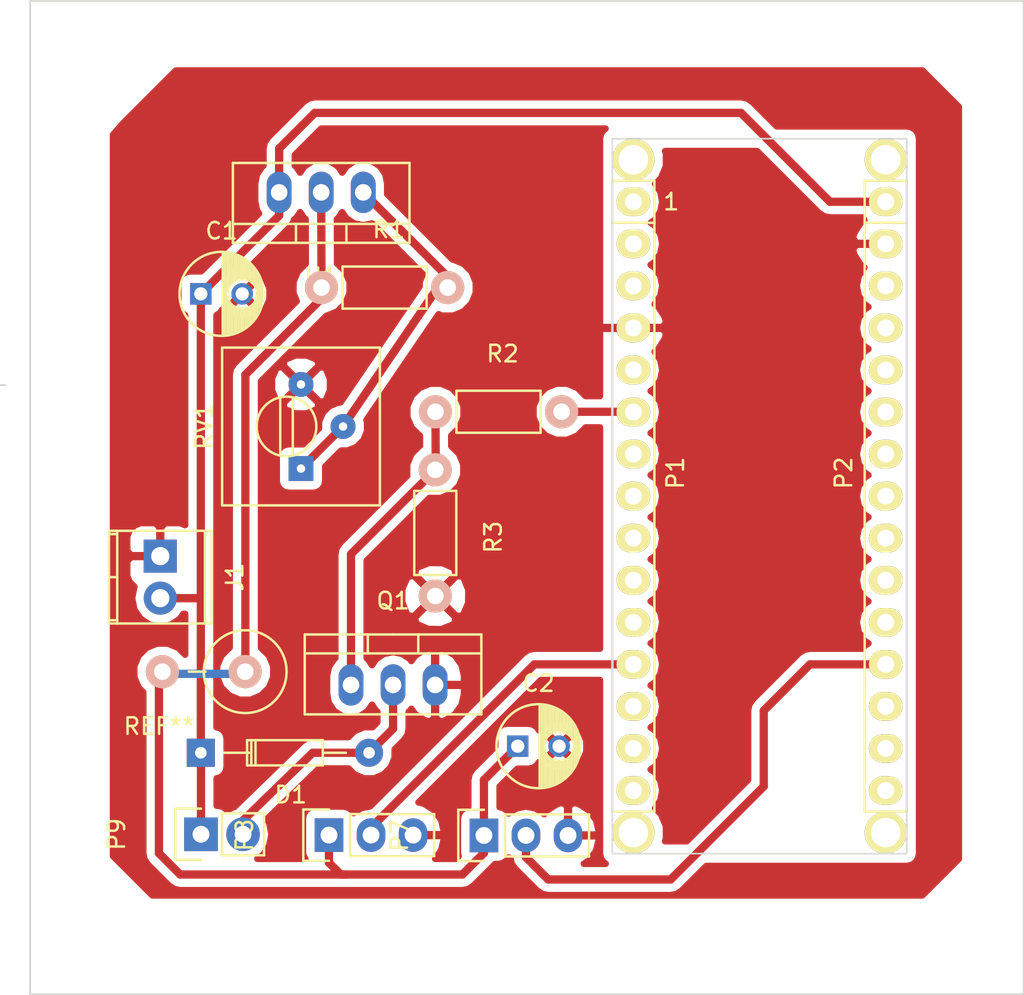
<source format=kicad_pcb>
(kicad_pcb (version 4) (host pcbnew 4.0.5+dfsg1-4)

  (general
    (links 29)
    (no_connects 3)
    (area 98.179999 39.949999 160.050001 100.050001)
    (thickness 1.6)
    (drawings 25)
    (tracks 75)
    (zones 0)
    (modules 20)
    (nets 37)
  )

  (page A4)
  (title_block
    (date "jeu. 02 avril 2015")
  )

  (layers
    (0 F.Cu signal)
    (31 B.Cu signal)
    (32 B.Adhes user)
    (33 F.Adhes user)
    (34 B.Paste user)
    (35 F.Paste user)
    (36 B.SilkS user)
    (37 F.SilkS user)
    (38 B.Mask user)
    (39 F.Mask user)
    (40 Dwgs.User user)
    (41 Cmts.User user)
    (42 Eco1.User user)
    (43 Eco2.User user)
    (44 Edge.Cuts user)
    (45 Margin user)
    (46 B.CrtYd user)
    (47 F.CrtYd user)
    (48 B.Fab user)
    (49 F.Fab user)
  )

  (setup
    (last_trace_width 0.5)
    (trace_clearance 0.2)
    (zone_clearance 0.5)
    (zone_45_only yes)
    (trace_min 0.2)
    (segment_width 0.15)
    (edge_width 0.1)
    (via_size 0.6)
    (via_drill 0.4)
    (via_min_size 0.4)
    (via_min_drill 0.3)
    (uvia_size 0.3)
    (uvia_drill 0.1)
    (uvias_allowed no)
    (uvia_min_size 0.2)
    (uvia_min_drill 0.1)
    (pcb_text_width 0.3)
    (pcb_text_size 1.5 1.5)
    (mod_edge_width 0.15)
    (mod_text_size 1 1)
    (mod_text_width 0.15)
    (pad_size 1.5 1.5)
    (pad_drill 0.6)
    (pad_to_mask_clearance 0)
    (aux_axis_origin 138.176 110.617)
    (visible_elements FFFFFF7F)
    (pcbplotparams
      (layerselection 0x00030_80000001)
      (usegerberextensions false)
      (excludeedgelayer true)
      (linewidth 0.100000)
      (plotframeref false)
      (viasonmask false)
      (mode 1)
      (useauxorigin false)
      (hpglpennumber 1)
      (hpglpenspeed 20)
      (hpglpendiameter 15)
      (hpglpenoverlay 2)
      (psnegative false)
      (psa4output false)
      (plotreference true)
      (plotvalue true)
      (plotinvisibletext false)
      (padsonsilk false)
      (subtractmaskfromsilk false)
      (outputformat 1)
      (mirror false)
      (drillshape 1)
      (scaleselection 1)
      (outputdirectory ""))
  )

  (net 0 "")
  (net 1 "/1(Tx)")
  (net 2 "/0(Rx)")
  (net 3 /Reset)
  (net 4 GND)
  (net 5 /2)
  (net 6 "/3(**)")
  (net 7 /4)
  (net 8 "/5(**)")
  (net 9 "/6(**)")
  (net 10 /7)
  (net 11 /8)
  (net 12 "/9(**)")
  (net 13 "/10(**/SS)")
  (net 14 "/11(**/MISO)")
  (net 15 "/12(MOSI)")
  (net 16 +5V)
  (net 17 /A7)
  (net 18 /A6)
  (net 19 /A5)
  (net 20 /A4)
  (net 21 /A3)
  (net 22 /A2)
  (net 23 /A1)
  (net 24 /A0)
  (net 25 /AREF)
  (net 26 "/13(SCK)")
  (net 27 "Net-(P3-Pad1)")
  (net 28 "Net-(P4-Pad1)")
  (net 29 "Net-(P5-Pad1)")
  (net 30 "Net-(P6-Pad1)")
  (net 31 +3V3)
  (net 32 +12V)
  (net 33 /OUT)
  (net 34 /5V)
  (net 35 "Net-(Q1-Pad1)")
  (net 36 "Net-(R1-Pad2)")

  (net_class Default "This is the default net class."
    (clearance 0.2)
    (trace_width 0.5)
    (via_dia 0.6)
    (via_drill 0.4)
    (uvia_dia 0.3)
    (uvia_drill 0.1)
    (add_net +12V)
    (add_net +3V3)
    (add_net +5V)
    (add_net "/0(Rx)")
    (add_net "/1(Tx)")
    (add_net "/10(**/SS)")
    (add_net "/11(**/MISO)")
    (add_net "/12(MOSI)")
    (add_net "/13(SCK)")
    (add_net /2)
    (add_net "/3(**)")
    (add_net /4)
    (add_net "/5(**)")
    (add_net /5V)
    (add_net "/6(**)")
    (add_net /7)
    (add_net /8)
    (add_net "/9(**)")
    (add_net /A0)
    (add_net /A1)
    (add_net /A2)
    (add_net /A3)
    (add_net /A4)
    (add_net /A5)
    (add_net /A6)
    (add_net /A7)
    (add_net /AREF)
    (add_net /OUT)
    (add_net /Reset)
    (add_net GND)
    (add_net "Net-(P3-Pad1)")
    (add_net "Net-(P4-Pad1)")
    (add_net "Net-(P5-Pad1)")
    (add_net "Net-(P6-Pad1)")
    (add_net "Net-(Q1-Pad1)")
    (add_net "Net-(R1-Pad2)")
  )

  (module Resistors_ThroughHole:Resistor_Vertical_RM5mm (layer F.Cu) (tedit 0) (tstamp 5955159F)
    (at 110.49 80.518 180)
    (descr "Resistor, Vertical, RM 5mm, 1/3W,")
    (tags "Resistor, Vertical, RM 5mm, 1/3W,")
    (fp_text reference REF** (at 2.70002 -3.29946 180) (layer F.SilkS)
      (effects (font (size 1 1) (thickness 0.15)))
    )
    (fp_text value Resistor_Vertical_RM5mm (at 0 4.50088 180) (layer F.Fab)
      (effects (font (size 1 1) (thickness 0.15)))
    )
    (fp_line (start -0.09906 0) (end 0.9017 0) (layer F.SilkS) (width 0.15))
    (fp_circle (center -2.49936 0) (end 0 0) (layer F.SilkS) (width 0.15))
    (pad 1 thru_hole circle (at -2.49936 0 180) (size 1.99898 1.99898) (drill 1.00076) (layers *.Cu *.SilkS *.Mask))
    (pad 2 thru_hole circle (at 2.5019 0 180) (size 1.99898 1.99898) (drill 1.00076) (layers *.Cu *.SilkS *.Mask))
  )

  (module Socket_Arduino_Nano:Socket_Strip_Arduino_1x15 locked (layer F.Cu) (tedit 552169C6) (tstamp 551FC9D0)
    (at 136.436 52.137 270)
    (descr "Through hole socket strip")
    (tags "socket strip")
    (path /56D73FAC)
    (fp_text reference P1 (at 16.383 -2.54 270) (layer F.SilkS)
      (effects (font (size 1 1) (thickness 0.15)))
    )
    (fp_text value Digital (at 20.193 -2.54 270) (layer F.Fab)
      (effects (font (size 1 1) (thickness 0.15)))
    )
    (fp_line (start 1.27 -1.27) (end -1.27 -1.27) (layer F.SilkS) (width 0.15))
    (fp_line (start -1.27 -1.27) (end -1.27 1.27) (layer F.SilkS) (width 0.15))
    (fp_line (start -1.27 1.27) (end 1.27 1.27) (layer F.SilkS) (width 0.15))
    (fp_line (start -1.75 -1.75) (end -1.75 1.75) (layer F.CrtYd) (width 0.05))
    (fp_line (start 37.35 -1.75) (end 37.35 1.75) (layer F.CrtYd) (width 0.05))
    (fp_line (start -1.75 -1.75) (end 37.35 -1.75) (layer F.CrtYd) (width 0.05))
    (fp_line (start -1.75 1.75) (end 37.35 1.75) (layer F.CrtYd) (width 0.05))
    (fp_line (start 1.27 -1.27) (end 36.83 -1.27) (layer F.SilkS) (width 0.15))
    (fp_line (start 36.83 -1.27) (end 36.83 1.27) (layer F.SilkS) (width 0.15))
    (fp_line (start 36.83 1.27) (end 1.27 1.27) (layer F.SilkS) (width 0.15))
    (fp_line (start 1.27 1.27) (end 1.27 -1.27) (layer F.SilkS) (width 0.15))
    (pad 1 thru_hole oval (at 0 0 270) (size 1.7272 2.032) (drill 1.016) (layers *.Cu *.Mask F.SilkS)
      (net 1 "/1(Tx)"))
    (pad 2 thru_hole oval (at 2.54 0 270) (size 1.7272 2.032) (drill 1.016) (layers *.Cu *.Mask F.SilkS)
      (net 2 "/0(Rx)"))
    (pad 3 thru_hole oval (at 5.08 0 270) (size 1.7272 2.032) (drill 1.016) (layers *.Cu *.Mask F.SilkS)
      (net 3 /Reset))
    (pad 4 thru_hole oval (at 7.62 0 270) (size 1.7272 2.032) (drill 1.016) (layers *.Cu *.Mask F.SilkS)
      (net 4 GND))
    (pad 5 thru_hole oval (at 10.16 0 270) (size 1.7272 2.032) (drill 1.016) (layers *.Cu *.Mask F.SilkS)
      (net 5 /2))
    (pad 6 thru_hole oval (at 12.7 0 270) (size 1.7272 2.032) (drill 1.016) (layers *.Cu *.Mask F.SilkS)
      (net 6 "/3(**)"))
    (pad 7 thru_hole oval (at 15.24 0 270) (size 1.7272 2.032) (drill 1.016) (layers *.Cu *.Mask F.SilkS)
      (net 7 /4))
    (pad 8 thru_hole oval (at 17.78 0 270) (size 1.7272 2.032) (drill 1.016) (layers *.Cu *.Mask F.SilkS)
      (net 8 "/5(**)"))
    (pad 9 thru_hole oval (at 20.32 0 270) (size 1.7272 2.032) (drill 1.016) (layers *.Cu *.Mask F.SilkS)
      (net 9 "/6(**)"))
    (pad 10 thru_hole oval (at 22.86 0 270) (size 1.7272 2.032) (drill 1.016) (layers *.Cu *.Mask F.SilkS)
      (net 10 /7))
    (pad 11 thru_hole oval (at 25.4 0 270) (size 1.7272 2.032) (drill 1.016) (layers *.Cu *.Mask F.SilkS)
      (net 11 /8))
    (pad 12 thru_hole oval (at 27.94 0 270) (size 1.7272 2.032) (drill 1.016) (layers *.Cu *.Mask F.SilkS)
      (net 12 "/9(**)"))
    (pad 13 thru_hole oval (at 30.48 0 270) (size 1.7272 2.032) (drill 1.016) (layers *.Cu *.Mask F.SilkS)
      (net 13 "/10(**/SS)"))
    (pad 14 thru_hole oval (at 33.02 0 270) (size 1.7272 2.032) (drill 1.016) (layers *.Cu *.Mask F.SilkS)
      (net 14 "/11(**/MISO)"))
    (pad 15 thru_hole oval (at 35.56 0 270) (size 1.7272 2.032) (drill 1.016) (layers *.Cu *.Mask F.SilkS)
      (net 15 "/12(MOSI)"))
    (model ${KIPRJMOD}/Socket_Arduino_Nano.3dshapes/Socket_header_Arduino_1x15.wrl
      (at (xyz 0.7 0 0))
      (scale (xyz 1 1 1))
      (rotate (xyz 0 0 180))
    )
  )

  (module Socket_Arduino_Nano:Socket_Strip_Arduino_1x15 locked (layer F.Cu) (tedit 552169D3) (tstamp 551FC9EE)
    (at 151.676 52.137 270)
    (descr "Through hole socket strip")
    (tags "socket strip")
    (path /56D740C7)
    (fp_text reference P2 (at 16.383 2.54 270) (layer F.SilkS)
      (effects (font (size 1 1) (thickness 0.15)))
    )
    (fp_text value Analog (at 20.193 2.54 270) (layer F.Fab)
      (effects (font (size 1 1) (thickness 0.15)))
    )
    (fp_line (start 1.27 -1.27) (end -1.27 -1.27) (layer F.SilkS) (width 0.15))
    (fp_line (start -1.27 -1.27) (end -1.27 1.27) (layer F.SilkS) (width 0.15))
    (fp_line (start -1.27 1.27) (end 1.27 1.27) (layer F.SilkS) (width 0.15))
    (fp_line (start -1.75 -1.75) (end -1.75 1.75) (layer F.CrtYd) (width 0.05))
    (fp_line (start 37.35 -1.75) (end 37.35 1.75) (layer F.CrtYd) (width 0.05))
    (fp_line (start -1.75 -1.75) (end 37.35 -1.75) (layer F.CrtYd) (width 0.05))
    (fp_line (start -1.75 1.75) (end 37.35 1.75) (layer F.CrtYd) (width 0.05))
    (fp_line (start 1.27 -1.27) (end 36.83 -1.27) (layer F.SilkS) (width 0.15))
    (fp_line (start 36.83 -1.27) (end 36.83 1.27) (layer F.SilkS) (width 0.15))
    (fp_line (start 36.83 1.27) (end 1.27 1.27) (layer F.SilkS) (width 0.15))
    (fp_line (start 1.27 1.27) (end 1.27 -1.27) (layer F.SilkS) (width 0.15))
    (pad 1 thru_hole oval (at 0 0 270) (size 1.7272 2.032) (drill 1.016) (layers *.Cu *.Mask F.SilkS)
      (net 32 +12V))
    (pad 2 thru_hole oval (at 2.54 0 270) (size 1.7272 2.032) (drill 1.016) (layers *.Cu *.Mask F.SilkS)
      (net 4 GND))
    (pad 3 thru_hole oval (at 5.08 0 270) (size 1.7272 2.032) (drill 1.016) (layers *.Cu *.Mask F.SilkS)
      (net 3 /Reset))
    (pad 4 thru_hole oval (at 7.62 0 270) (size 1.7272 2.032) (drill 1.016) (layers *.Cu *.Mask F.SilkS)
      (net 16 +5V))
    (pad 5 thru_hole oval (at 10.16 0 270) (size 1.7272 2.032) (drill 1.016) (layers *.Cu *.Mask F.SilkS)
      (net 17 /A7))
    (pad 6 thru_hole oval (at 12.7 0 270) (size 1.7272 2.032) (drill 1.016) (layers *.Cu *.Mask F.SilkS)
      (net 18 /A6))
    (pad 7 thru_hole oval (at 15.24 0 270) (size 1.7272 2.032) (drill 1.016) (layers *.Cu *.Mask F.SilkS)
      (net 19 /A5))
    (pad 8 thru_hole oval (at 17.78 0 270) (size 1.7272 2.032) (drill 1.016) (layers *.Cu *.Mask F.SilkS)
      (net 20 /A4))
    (pad 9 thru_hole oval (at 20.32 0 270) (size 1.7272 2.032) (drill 1.016) (layers *.Cu *.Mask F.SilkS)
      (net 21 /A3))
    (pad 10 thru_hole oval (at 22.86 0 270) (size 1.7272 2.032) (drill 1.016) (layers *.Cu *.Mask F.SilkS)
      (net 22 /A2))
    (pad 11 thru_hole oval (at 25.4 0 270) (size 1.7272 2.032) (drill 1.016) (layers *.Cu *.Mask F.SilkS)
      (net 23 /A1))
    (pad 12 thru_hole oval (at 27.94 0 270) (size 1.7272 2.032) (drill 1.016) (layers *.Cu *.Mask F.SilkS)
      (net 24 /A0))
    (pad 13 thru_hole oval (at 30.48 0 270) (size 1.7272 2.032) (drill 1.016) (layers *.Cu *.Mask F.SilkS)
      (net 25 /AREF))
    (pad 14 thru_hole oval (at 33.02 0 270) (size 1.7272 2.032) (drill 1.016) (layers *.Cu *.Mask F.SilkS)
      (net 31 +3V3))
    (pad 15 thru_hole oval (at 35.56 0 270) (size 1.7272 2.032) (drill 1.016) (layers *.Cu *.Mask F.SilkS)
      (net 26 "/13(SCK)"))
    (model ${KIPRJMOD}/Socket_Arduino_Nano.3dshapes/Socket_header_Arduino_1x15.wrl
      (at (xyz 0.7 0 0))
      (scale (xyz 1 1 1))
      (rotate (xyz 0 0 180))
    )
  )

  (module Socket_Arduino_Nano:1pin_Nano locked (layer F.Cu) (tedit 5521156E) (tstamp 55211553)
    (at 136.436 49.597)
    (descr "module 1 pin (ou trou mecanique de percage)")
    (tags DEV)
    (path /56D73ADD)
    (fp_text reference P3 (at 0 -2.032) (layer F.SilkS) hide
      (effects (font (size 1 1) (thickness 0.15)))
    )
    (fp_text value CONN_01X01 (at 0 2.032) (layer F.Fab) hide
      (effects (font (size 1 1) (thickness 0.15)))
    )
    (pad 1 thru_hole circle (at 0 0) (size 2.54 2.54) (drill 1.778) (layers *.Cu *.Mask F.SilkS)
      (net 27 "Net-(P3-Pad1)"))
  )

  (module Socket_Arduino_Nano:1pin_Nano locked (layer F.Cu) (tedit 55211594) (tstamp 55211558)
    (at 136.436 90.237)
    (descr "module 1 pin (ou trou mecanique de percage)")
    (tags DEV)
    (path /56D73D86)
    (fp_text reference P4 (at 0 -2.032) (layer F.SilkS) hide
      (effects (font (size 1 1) (thickness 0.15)))
    )
    (fp_text value CONN_01X01 (at 0 2.032) (layer F.Fab) hide
      (effects (font (size 1 1) (thickness 0.15)))
    )
    (pad 1 thru_hole circle (at 0 0) (size 2.54 2.54) (drill 1.778) (layers *.Cu *.Mask F.SilkS)
      (net 28 "Net-(P4-Pad1)"))
  )

  (module Socket_Arduino_Nano:1pin_Nano locked (layer F.Cu) (tedit 552115A5) (tstamp 5521155D)
    (at 151.676 90.237)
    (descr "module 1 pin (ou trou mecanique de percage)")
    (tags DEV)
    (path /56D73DAE)
    (fp_text reference P5 (at 0 -2.032) (layer F.SilkS) hide
      (effects (font (size 1 1) (thickness 0.15)))
    )
    (fp_text value CONN_01X01 (at 0 2.032) (layer F.Fab) hide
      (effects (font (size 1 1) (thickness 0.15)))
    )
    (pad 1 thru_hole circle (at 0 0) (size 2.54 2.54) (drill 1.778) (layers *.Cu *.Mask F.SilkS)
      (net 29 "Net-(P5-Pad1)"))
  )

  (module Socket_Arduino_Nano:1pin_Nano locked (layer F.Cu) (tedit 552115BD) (tstamp 55211562)
    (at 151.676 49.597)
    (descr "module 1 pin (ou trou mecanique de percage)")
    (tags DEV)
    (path /56D73DD9)
    (fp_text reference P6 (at 0 -2.032) (layer F.SilkS) hide
      (effects (font (size 1 1) (thickness 0.15)))
    )
    (fp_text value CONN_01X01 (at 0 2.032) (layer F.Fab) hide
      (effects (font (size 1 1) (thickness 0.15)))
    )
    (pad 1 thru_hole circle (at 0 0) (size 2.54 2.54) (drill 1.778) (layers *.Cu *.Mask F.SilkS)
      (net 30 "Net-(P6-Pad1)"))
  )

  (module Capacitors_ThroughHole:C_Radial_D5_L11_P2.5 (layer F.Cu) (tedit 0) (tstamp 59256380)
    (at 110.31 57.7)
    (descr "Radial Electrolytic Capacitor Diameter 5mm x Length 11mm, Pitch 2.5mm")
    (tags "Electrolytic Capacitor")
    (path /5863CE78)
    (fp_text reference C1 (at 1.25 -3.8) (layer F.SilkS)
      (effects (font (size 1 1) (thickness 0.15)))
    )
    (fp_text value CP (at 1.25 3.8) (layer F.Fab)
      (effects (font (size 1 1) (thickness 0.15)))
    )
    (fp_line (start 1.325 -2.499) (end 1.325 2.499) (layer F.SilkS) (width 0.15))
    (fp_line (start 1.465 -2.491) (end 1.465 2.491) (layer F.SilkS) (width 0.15))
    (fp_line (start 1.605 -2.475) (end 1.605 -0.095) (layer F.SilkS) (width 0.15))
    (fp_line (start 1.605 0.095) (end 1.605 2.475) (layer F.SilkS) (width 0.15))
    (fp_line (start 1.745 -2.451) (end 1.745 -0.49) (layer F.SilkS) (width 0.15))
    (fp_line (start 1.745 0.49) (end 1.745 2.451) (layer F.SilkS) (width 0.15))
    (fp_line (start 1.885 -2.418) (end 1.885 -0.657) (layer F.SilkS) (width 0.15))
    (fp_line (start 1.885 0.657) (end 1.885 2.418) (layer F.SilkS) (width 0.15))
    (fp_line (start 2.025 -2.377) (end 2.025 -0.764) (layer F.SilkS) (width 0.15))
    (fp_line (start 2.025 0.764) (end 2.025 2.377) (layer F.SilkS) (width 0.15))
    (fp_line (start 2.165 -2.327) (end 2.165 -0.835) (layer F.SilkS) (width 0.15))
    (fp_line (start 2.165 0.835) (end 2.165 2.327) (layer F.SilkS) (width 0.15))
    (fp_line (start 2.305 -2.266) (end 2.305 -0.879) (layer F.SilkS) (width 0.15))
    (fp_line (start 2.305 0.879) (end 2.305 2.266) (layer F.SilkS) (width 0.15))
    (fp_line (start 2.445 -2.196) (end 2.445 -0.898) (layer F.SilkS) (width 0.15))
    (fp_line (start 2.445 0.898) (end 2.445 2.196) (layer F.SilkS) (width 0.15))
    (fp_line (start 2.585 -2.114) (end 2.585 -0.896) (layer F.SilkS) (width 0.15))
    (fp_line (start 2.585 0.896) (end 2.585 2.114) (layer F.SilkS) (width 0.15))
    (fp_line (start 2.725 -2.019) (end 2.725 -0.871) (layer F.SilkS) (width 0.15))
    (fp_line (start 2.725 0.871) (end 2.725 2.019) (layer F.SilkS) (width 0.15))
    (fp_line (start 2.865 -1.908) (end 2.865 -0.823) (layer F.SilkS) (width 0.15))
    (fp_line (start 2.865 0.823) (end 2.865 1.908) (layer F.SilkS) (width 0.15))
    (fp_line (start 3.005 -1.78) (end 3.005 -0.745) (layer F.SilkS) (width 0.15))
    (fp_line (start 3.005 0.745) (end 3.005 1.78) (layer F.SilkS) (width 0.15))
    (fp_line (start 3.145 -1.631) (end 3.145 -0.628) (layer F.SilkS) (width 0.15))
    (fp_line (start 3.145 0.628) (end 3.145 1.631) (layer F.SilkS) (width 0.15))
    (fp_line (start 3.285 -1.452) (end 3.285 -0.44) (layer F.SilkS) (width 0.15))
    (fp_line (start 3.285 0.44) (end 3.285 1.452) (layer F.SilkS) (width 0.15))
    (fp_line (start 3.425 -1.233) (end 3.425 1.233) (layer F.SilkS) (width 0.15))
    (fp_line (start 3.565 -0.944) (end 3.565 0.944) (layer F.SilkS) (width 0.15))
    (fp_line (start 3.705 -0.472) (end 3.705 0.472) (layer F.SilkS) (width 0.15))
    (fp_circle (center 2.5 0) (end 2.5 -0.9) (layer F.SilkS) (width 0.15))
    (fp_circle (center 1.25 0) (end 1.25 -2.5375) (layer F.SilkS) (width 0.15))
    (fp_circle (center 1.25 0) (end 1.25 -2.8) (layer F.CrtYd) (width 0.05))
    (pad 1 thru_hole rect (at 0 0) (size 1.3 1.3) (drill 0.8) (layers *.Cu *.Mask)
      (net 32 +12V))
    (pad 2 thru_hole circle (at 2.5 0) (size 1.3 1.3) (drill 0.8) (layers *.Cu *.Mask)
      (net 4 GND))
    (model Capacitors_ThroughHole.3dshapes/C_Radial_D5_L11_P2.5.wrl
      (at (xyz 0.049213 0 0))
      (scale (xyz 1 1 1))
      (rotate (xyz 0 0 90))
    )
  )

  (module Diodes_ThroughHole:Diode_DO-35_SOD27_Horizontal_RM10 (layer F.Cu) (tedit 552FFC30) (tstamp 5925639B)
    (at 110.31 85.42)
    (descr "Diode, DO-35,  SOD27, Horizontal, RM 10mm")
    (tags "Diode, DO-35, SOD27, Horizontal, RM 10mm, 1N4148,")
    (path /58653656)
    (fp_text reference D1 (at 5.43052 2.53746) (layer F.SilkS)
      (effects (font (size 1 1) (thickness 0.15)))
    )
    (fp_text value D (at 4.41452 -3.55854) (layer F.Fab)
      (effects (font (size 1 1) (thickness 0.15)))
    )
    (fp_line (start 7.36652 -0.00254) (end 8.76352 -0.00254) (layer F.SilkS) (width 0.15))
    (fp_line (start 2.92152 -0.00254) (end 1.39752 -0.00254) (layer F.SilkS) (width 0.15))
    (fp_line (start 3.30252 -0.76454) (end 3.30252 0.75946) (layer F.SilkS) (width 0.15))
    (fp_line (start 3.04852 -0.76454) (end 3.04852 0.75946) (layer F.SilkS) (width 0.15))
    (fp_line (start 2.79452 -0.00254) (end 2.79452 0.75946) (layer F.SilkS) (width 0.15))
    (fp_line (start 2.79452 0.75946) (end 7.36652 0.75946) (layer F.SilkS) (width 0.15))
    (fp_line (start 7.36652 0.75946) (end 7.36652 -0.76454) (layer F.SilkS) (width 0.15))
    (fp_line (start 7.36652 -0.76454) (end 2.79452 -0.76454) (layer F.SilkS) (width 0.15))
    (fp_line (start 2.79452 -0.76454) (end 2.79452 -0.00254) (layer F.SilkS) (width 0.15))
    (pad 2 thru_hole circle (at 10.16052 -0.00254 180) (size 1.69926 1.69926) (drill 0.70104) (layers *.Cu *.Mask)
      (net 33 /OUT))
    (pad 1 thru_hole rect (at 0.00052 -0.00254 180) (size 1.69926 1.69926) (drill 0.70104) (layers *.Cu *.Mask)
      (net 32 +12V))
    (model Diodes_ThroughHole.3dshapes/Diode_DO-35_SOD27_Horizontal_RM10.wrl
      (at (xyz 0.2 0 0))
      (scale (xyz 0.4 0.4 0.4))
      (rotate (xyz 0 0 180))
    )
  )

  (module Pin_Headers:Pin_Header_Straight_1x03 (layer F.Cu) (tedit 0) (tstamp 592563AD)
    (at 127.41 90.41 90)
    (descr "Through hole pin header")
    (tags "pin header")
    (path /5865618C)
    (fp_text reference P7 (at 0 -5.1 90) (layer F.SilkS)
      (effects (font (size 1 1) (thickness 0.15)))
    )
    (fp_text value CONN_01X03 (at 0 -3.1 90) (layer F.Fab)
      (effects (font (size 1 1) (thickness 0.15)))
    )
    (fp_line (start -1.75 -1.75) (end -1.75 6.85) (layer F.CrtYd) (width 0.05))
    (fp_line (start 1.75 -1.75) (end 1.75 6.85) (layer F.CrtYd) (width 0.05))
    (fp_line (start -1.75 -1.75) (end 1.75 -1.75) (layer F.CrtYd) (width 0.05))
    (fp_line (start -1.75 6.85) (end 1.75 6.85) (layer F.CrtYd) (width 0.05))
    (fp_line (start -1.27 1.27) (end -1.27 6.35) (layer F.SilkS) (width 0.15))
    (fp_line (start -1.27 6.35) (end 1.27 6.35) (layer F.SilkS) (width 0.15))
    (fp_line (start 1.27 6.35) (end 1.27 1.27) (layer F.SilkS) (width 0.15))
    (fp_line (start 1.55 -1.55) (end 1.55 0) (layer F.SilkS) (width 0.15))
    (fp_line (start 1.27 1.27) (end -1.27 1.27) (layer F.SilkS) (width 0.15))
    (fp_line (start -1.55 0) (end -1.55 -1.55) (layer F.SilkS) (width 0.15))
    (fp_line (start -1.55 -1.55) (end 1.55 -1.55) (layer F.SilkS) (width 0.15))
    (pad 1 thru_hole rect (at 0 0 90) (size 2.032 1.7272) (drill 1.016) (layers *.Cu *.Mask)
      (net 34 /5V))
    (pad 2 thru_hole oval (at 0 2.54 90) (size 2.032 1.7272) (drill 1.016) (layers *.Cu *.Mask)
      (net 24 /A0))
    (pad 3 thru_hole oval (at 0 5.08 90) (size 2.032 1.7272) (drill 1.016) (layers *.Cu *.Mask)
      (net 4 GND))
    (model Pin_Headers.3dshapes/Pin_Header_Straight_1x03.wrl
      (at (xyz 0 -0.1 0))
      (scale (xyz 1 1 1))
      (rotate (xyz 0 0 90))
    )
  )

  (module Pin_Headers:Pin_Header_Straight_1x03 (layer F.Cu) (tedit 0) (tstamp 592563BF)
    (at 118.05 90.39 90)
    (descr "Through hole pin header")
    (tags "pin header")
    (path /58656245)
    (fp_text reference P8 (at 0 -5.1 90) (layer F.SilkS)
      (effects (font (size 1 1) (thickness 0.15)))
    )
    (fp_text value CONN_01X03 (at 0 -3.1 90) (layer F.Fab)
      (effects (font (size 1 1) (thickness 0.15)))
    )
    (fp_line (start -1.75 -1.75) (end -1.75 6.85) (layer F.CrtYd) (width 0.05))
    (fp_line (start 1.75 -1.75) (end 1.75 6.85) (layer F.CrtYd) (width 0.05))
    (fp_line (start -1.75 -1.75) (end 1.75 -1.75) (layer F.CrtYd) (width 0.05))
    (fp_line (start -1.75 6.85) (end 1.75 6.85) (layer F.CrtYd) (width 0.05))
    (fp_line (start -1.27 1.27) (end -1.27 6.35) (layer F.SilkS) (width 0.15))
    (fp_line (start -1.27 6.35) (end 1.27 6.35) (layer F.SilkS) (width 0.15))
    (fp_line (start 1.27 6.35) (end 1.27 1.27) (layer F.SilkS) (width 0.15))
    (fp_line (start 1.55 -1.55) (end 1.55 0) (layer F.SilkS) (width 0.15))
    (fp_line (start 1.27 1.27) (end -1.27 1.27) (layer F.SilkS) (width 0.15))
    (fp_line (start -1.55 0) (end -1.55 -1.55) (layer F.SilkS) (width 0.15))
    (fp_line (start -1.55 -1.55) (end 1.55 -1.55) (layer F.SilkS) (width 0.15))
    (pad 1 thru_hole rect (at 0 0 90) (size 2.032 1.7272) (drill 1.016) (layers *.Cu *.Mask)
      (net 34 /5V))
    (pad 2 thru_hole oval (at 0 2.54 90) (size 2.032 1.7272) (drill 1.016) (layers *.Cu *.Mask)
      (net 12 "/9(**)"))
    (pad 3 thru_hole oval (at 0 5.08 90) (size 2.032 1.7272) (drill 1.016) (layers *.Cu *.Mask)
      (net 4 GND))
    (model Pin_Headers.3dshapes/Pin_Header_Straight_1x03.wrl
      (at (xyz 0 -0.1 0))
      (scale (xyz 1 1 1))
      (rotate (xyz 0 0 90))
    )
  )

  (module Pin_Headers:Pin_Header_Straight_1x02 (layer F.Cu) (tedit 54EA090C) (tstamp 592563D0)
    (at 110.32 90.34 90)
    (descr "Through hole pin header")
    (tags "pin header")
    (path /5877CD2D)
    (fp_text reference P9 (at 0 -5.1 90) (layer F.SilkS)
      (effects (font (size 1 1) (thickness 0.15)))
    )
    (fp_text value CONN_01X02 (at 0 -3.1 90) (layer F.Fab)
      (effects (font (size 1 1) (thickness 0.15)))
    )
    (fp_line (start 1.27 1.27) (end 1.27 3.81) (layer F.SilkS) (width 0.15))
    (fp_line (start 1.55 -1.55) (end 1.55 0) (layer F.SilkS) (width 0.15))
    (fp_line (start -1.75 -1.75) (end -1.75 4.3) (layer F.CrtYd) (width 0.05))
    (fp_line (start 1.75 -1.75) (end 1.75 4.3) (layer F.CrtYd) (width 0.05))
    (fp_line (start -1.75 -1.75) (end 1.75 -1.75) (layer F.CrtYd) (width 0.05))
    (fp_line (start -1.75 4.3) (end 1.75 4.3) (layer F.CrtYd) (width 0.05))
    (fp_line (start 1.27 1.27) (end -1.27 1.27) (layer F.SilkS) (width 0.15))
    (fp_line (start -1.55 0) (end -1.55 -1.55) (layer F.SilkS) (width 0.15))
    (fp_line (start -1.55 -1.55) (end 1.55 -1.55) (layer F.SilkS) (width 0.15))
    (fp_line (start -1.27 1.27) (end -1.27 3.81) (layer F.SilkS) (width 0.15))
    (fp_line (start -1.27 3.81) (end 1.27 3.81) (layer F.SilkS) (width 0.15))
    (pad 1 thru_hole rect (at 0 0 90) (size 2.032 2.032) (drill 1.016) (layers *.Cu *.Mask)
      (net 32 +12V))
    (pad 2 thru_hole oval (at 0 2.54 90) (size 2.032 2.032) (drill 1.016) (layers *.Cu *.Mask)
      (net 33 /OUT))
    (model Pin_Headers.3dshapes/Pin_Header_Straight_1x02.wrl
      (at (xyz 0 -0.05 0))
      (scale (xyz 1 1 1))
      (rotate (xyz 0 0 90))
    )
  )

  (module Resistors_ThroughHole:Resistor_Horizontal_RM7mm (layer F.Cu) (tedit 569FCF07) (tstamp 592563EF)
    (at 117.6 57.32)
    (descr "Resistor, Axial,  RM 7.62mm, 1/3W,")
    (tags "Resistor Axial RM 7.62mm 1/3W R3")
    (path /5863CD76)
    (fp_text reference R1 (at 4.05892 -3.50012) (layer F.SilkS)
      (effects (font (size 1 1) (thickness 0.15)))
    )
    (fp_text value R (at 3.81 3.81) (layer F.Fab)
      (effects (font (size 1 1) (thickness 0.15)))
    )
    (fp_line (start -1.25 -1.5) (end 8.85 -1.5) (layer F.CrtYd) (width 0.05))
    (fp_line (start -1.25 1.5) (end -1.25 -1.5) (layer F.CrtYd) (width 0.05))
    (fp_line (start 8.85 -1.5) (end 8.85 1.5) (layer F.CrtYd) (width 0.05))
    (fp_line (start -1.25 1.5) (end 8.85 1.5) (layer F.CrtYd) (width 0.05))
    (fp_line (start 1.27 -1.27) (end 6.35 -1.27) (layer F.SilkS) (width 0.15))
    (fp_line (start 6.35 -1.27) (end 6.35 1.27) (layer F.SilkS) (width 0.15))
    (fp_line (start 6.35 1.27) (end 1.27 1.27) (layer F.SilkS) (width 0.15))
    (fp_line (start 1.27 1.27) (end 1.27 -1.27) (layer F.SilkS) (width 0.15))
    (pad 1 thru_hole circle (at 0 0) (size 1.99898 1.99898) (drill 1.00076) (layers *.Cu *.SilkS *.Mask)
      (net 34 /5V))
    (pad 2 thru_hole circle (at 7.62 0) (size 1.99898 1.99898) (drill 1.00076) (layers *.Cu *.SilkS *.Mask)
      (net 36 "Net-(R1-Pad2)"))
  )

  (module Resistors_ThroughHole:Resistor_Horizontal_RM7mm (layer F.Cu) (tedit 569FCF07) (tstamp 592563FD)
    (at 124.48 64.82)
    (descr "Resistor, Axial,  RM 7.62mm, 1/3W,")
    (tags "Resistor Axial RM 7.62mm 1/3W R3")
    (path /586533E7)
    (fp_text reference R2 (at 4.05892 -3.50012) (layer F.SilkS)
      (effects (font (size 1 1) (thickness 0.15)))
    )
    (fp_text value R (at 3.81 3.81) (layer F.Fab)
      (effects (font (size 1 1) (thickness 0.15)))
    )
    (fp_line (start -1.25 -1.5) (end 8.85 -1.5) (layer F.CrtYd) (width 0.05))
    (fp_line (start -1.25 1.5) (end -1.25 -1.5) (layer F.CrtYd) (width 0.05))
    (fp_line (start 8.85 -1.5) (end 8.85 1.5) (layer F.CrtYd) (width 0.05))
    (fp_line (start -1.25 1.5) (end 8.85 1.5) (layer F.CrtYd) (width 0.05))
    (fp_line (start 1.27 -1.27) (end 6.35 -1.27) (layer F.SilkS) (width 0.15))
    (fp_line (start 6.35 -1.27) (end 6.35 1.27) (layer F.SilkS) (width 0.15))
    (fp_line (start 6.35 1.27) (end 1.27 1.27) (layer F.SilkS) (width 0.15))
    (fp_line (start 1.27 1.27) (end 1.27 -1.27) (layer F.SilkS) (width 0.15))
    (pad 1 thru_hole circle (at 0 0) (size 1.99898 1.99898) (drill 1.00076) (layers *.Cu *.SilkS *.Mask)
      (net 35 "Net-(Q1-Pad1)"))
    (pad 2 thru_hole circle (at 7.62 0) (size 1.99898 1.99898) (drill 1.00076) (layers *.Cu *.SilkS *.Mask)
      (net 6 "/3(**)"))
  )

  (module Resistors_ThroughHole:Resistor_Horizontal_RM7mm (layer F.Cu) (tedit 569FCF07) (tstamp 5925640B)
    (at 124.47 68.33 270)
    (descr "Resistor, Axial,  RM 7.62mm, 1/3W,")
    (tags "Resistor Axial RM 7.62mm 1/3W R3")
    (path /5865344D)
    (fp_text reference R3 (at 4.05892 -3.50012 270) (layer F.SilkS)
      (effects (font (size 1 1) (thickness 0.15)))
    )
    (fp_text value R (at 3.81 3.81 270) (layer F.Fab)
      (effects (font (size 1 1) (thickness 0.15)))
    )
    (fp_line (start -1.25 -1.5) (end 8.85 -1.5) (layer F.CrtYd) (width 0.05))
    (fp_line (start -1.25 1.5) (end -1.25 -1.5) (layer F.CrtYd) (width 0.05))
    (fp_line (start 8.85 -1.5) (end 8.85 1.5) (layer F.CrtYd) (width 0.05))
    (fp_line (start -1.25 1.5) (end 8.85 1.5) (layer F.CrtYd) (width 0.05))
    (fp_line (start 1.27 -1.27) (end 6.35 -1.27) (layer F.SilkS) (width 0.15))
    (fp_line (start 6.35 -1.27) (end 6.35 1.27) (layer F.SilkS) (width 0.15))
    (fp_line (start 6.35 1.27) (end 1.27 1.27) (layer F.SilkS) (width 0.15))
    (fp_line (start 1.27 1.27) (end 1.27 -1.27) (layer F.SilkS) (width 0.15))
    (pad 1 thru_hole circle (at 0 0 270) (size 1.99898 1.99898) (drill 1.00076) (layers *.Cu *.SilkS *.Mask)
      (net 35 "Net-(Q1-Pad1)"))
    (pad 2 thru_hole circle (at 7.62 0 270) (size 1.99898 1.99898) (drill 1.00076) (layers *.Cu *.SilkS *.Mask)
      (net 4 GND))
  )

  (module Potentiometers:Potentiometer_Trimmer-Suntan-TSR-3386P (layer F.Cu) (tedit 53F6A994) (tstamp 59256419)
    (at 116.36 68.25 90)
    (path /5863CE0B)
    (fp_text reference RV1 (at 2.54 -5.842 90) (layer F.SilkS)
      (effects (font (size 1 1) (thickness 0.15)))
    )
    (fp_text value POT (at 2.54 6.096 90) (layer F.Fab)
      (effects (font (size 1 1) (thickness 0.15)))
    )
    (fp_line (start 0.84 -1.255) (end 4.24 -1.255) (layer F.SilkS) (width 0.15))
    (fp_line (start 0.84 -0.495) (end 4.24 -0.495) (layer F.SilkS) (width 0.15))
    (fp_line (start -2.225 -4.765) (end 7.305 -4.765) (layer F.SilkS) (width 0.15))
    (fp_line (start 7.305 -4.765) (end 7.305 4.765) (layer F.SilkS) (width 0.15))
    (fp_line (start 7.305 4.765) (end -2.225 4.765) (layer F.SilkS) (width 0.15))
    (fp_line (start -2.225 4.765) (end -2.225 -4.765) (layer F.SilkS) (width 0.15))
    (fp_circle (center 2.54 -0.875) (end 4.115 0) (layer F.SilkS) (width 0.15))
    (pad 3 thru_hole circle (at 5.08 0 90) (size 1.51 1.51) (drill 0.51) (layers *.Cu *.Mask)
      (net 4 GND))
    (pad 1 thru_hole rect (at 0 0 90) (size 1.51 1.51) (drill 0.51) (layers *.Cu *.Mask)
      (net 36 "Net-(R1-Pad2)"))
    (pad 2 thru_hole circle (at 2.54 2.54 90) (size 1.51 1.51) (drill 0.51) (layers *.Cu *.Mask)
      (net 36 "Net-(R1-Pad2)"))
  )

  (module Capacitors_ThroughHole:C_Radial_D5_L11_P2.5 (layer F.Cu) (tedit 0) (tstamp 595500B8)
    (at 129.45 85.02)
    (descr "Radial Electrolytic Capacitor Diameter 5mm x Length 11mm, Pitch 2.5mm")
    (tags "Electrolytic Capacitor")
    (path /59550329)
    (fp_text reference C2 (at 1.25 -3.8) (layer F.SilkS)
      (effects (font (size 1 1) (thickness 0.15)))
    )
    (fp_text value CP (at 1.25 3.8) (layer F.Fab)
      (effects (font (size 1 1) (thickness 0.15)))
    )
    (fp_line (start 1.325 -2.499) (end 1.325 2.499) (layer F.SilkS) (width 0.15))
    (fp_line (start 1.465 -2.491) (end 1.465 2.491) (layer F.SilkS) (width 0.15))
    (fp_line (start 1.605 -2.475) (end 1.605 -0.095) (layer F.SilkS) (width 0.15))
    (fp_line (start 1.605 0.095) (end 1.605 2.475) (layer F.SilkS) (width 0.15))
    (fp_line (start 1.745 -2.451) (end 1.745 -0.49) (layer F.SilkS) (width 0.15))
    (fp_line (start 1.745 0.49) (end 1.745 2.451) (layer F.SilkS) (width 0.15))
    (fp_line (start 1.885 -2.418) (end 1.885 -0.657) (layer F.SilkS) (width 0.15))
    (fp_line (start 1.885 0.657) (end 1.885 2.418) (layer F.SilkS) (width 0.15))
    (fp_line (start 2.025 -2.377) (end 2.025 -0.764) (layer F.SilkS) (width 0.15))
    (fp_line (start 2.025 0.764) (end 2.025 2.377) (layer F.SilkS) (width 0.15))
    (fp_line (start 2.165 -2.327) (end 2.165 -0.835) (layer F.SilkS) (width 0.15))
    (fp_line (start 2.165 0.835) (end 2.165 2.327) (layer F.SilkS) (width 0.15))
    (fp_line (start 2.305 -2.266) (end 2.305 -0.879) (layer F.SilkS) (width 0.15))
    (fp_line (start 2.305 0.879) (end 2.305 2.266) (layer F.SilkS) (width 0.15))
    (fp_line (start 2.445 -2.196) (end 2.445 -0.898) (layer F.SilkS) (width 0.15))
    (fp_line (start 2.445 0.898) (end 2.445 2.196) (layer F.SilkS) (width 0.15))
    (fp_line (start 2.585 -2.114) (end 2.585 -0.896) (layer F.SilkS) (width 0.15))
    (fp_line (start 2.585 0.896) (end 2.585 2.114) (layer F.SilkS) (width 0.15))
    (fp_line (start 2.725 -2.019) (end 2.725 -0.871) (layer F.SilkS) (width 0.15))
    (fp_line (start 2.725 0.871) (end 2.725 2.019) (layer F.SilkS) (width 0.15))
    (fp_line (start 2.865 -1.908) (end 2.865 -0.823) (layer F.SilkS) (width 0.15))
    (fp_line (start 2.865 0.823) (end 2.865 1.908) (layer F.SilkS) (width 0.15))
    (fp_line (start 3.005 -1.78) (end 3.005 -0.745) (layer F.SilkS) (width 0.15))
    (fp_line (start 3.005 0.745) (end 3.005 1.78) (layer F.SilkS) (width 0.15))
    (fp_line (start 3.145 -1.631) (end 3.145 -0.628) (layer F.SilkS) (width 0.15))
    (fp_line (start 3.145 0.628) (end 3.145 1.631) (layer F.SilkS) (width 0.15))
    (fp_line (start 3.285 -1.452) (end 3.285 -0.44) (layer F.SilkS) (width 0.15))
    (fp_line (start 3.285 0.44) (end 3.285 1.452) (layer F.SilkS) (width 0.15))
    (fp_line (start 3.425 -1.233) (end 3.425 1.233) (layer F.SilkS) (width 0.15))
    (fp_line (start 3.565 -0.944) (end 3.565 0.944) (layer F.SilkS) (width 0.15))
    (fp_line (start 3.705 -0.472) (end 3.705 0.472) (layer F.SilkS) (width 0.15))
    (fp_circle (center 2.5 0) (end 2.5 -0.9) (layer F.SilkS) (width 0.15))
    (fp_circle (center 1.25 0) (end 1.25 -2.5375) (layer F.SilkS) (width 0.15))
    (fp_circle (center 1.25 0) (end 1.25 -2.8) (layer F.CrtYd) (width 0.05))
    (pad 1 thru_hole rect (at 0 0) (size 1.3 1.3) (drill 0.8) (layers *.Cu *.Mask)
      (net 34 /5V))
    (pad 2 thru_hole circle (at 2.5 0) (size 1.3 1.3) (drill 0.8) (layers *.Cu *.Mask)
      (net 4 GND))
    (model Capacitors_ThroughHole.3dshapes/C_Radial_D5_L11_P2.5.wrl
      (at (xyz 0.049213 0 0))
      (scale (xyz 1 1 1))
      (rotate (xyz 0 0 90))
    )
  )

  (module Terminal_Blocks:TerminalBlock_Pheonix_MPT-2.54mm_2pol (layer F.Cu) (tedit 0) (tstamp 59551031)
    (at 107.86 73.54 270)
    (descr "2-way 2.54mm pitch terminal block, Phoenix MPT series")
    (path /59552CFA)
    (fp_text reference J1 (at 1.27 -4.50088 270) (layer F.SilkS)
      (effects (font (size 1 1) (thickness 0.15)))
    )
    (fp_text value Screw_Terminal_1x02 (at 1.27 4.50088 270) (layer F.Fab)
      (effects (font (size 1 1) (thickness 0.15)))
    )
    (fp_line (start -1.7 -3.3) (end 4.3 -3.3) (layer F.CrtYd) (width 0.05))
    (fp_line (start -1.7 3.3) (end -1.7 -3.3) (layer F.CrtYd) (width 0.05))
    (fp_line (start 4.3 3.3) (end -1.7 3.3) (layer F.CrtYd) (width 0.05))
    (fp_line (start 4.3 -3.3) (end 4.3 3.3) (layer F.CrtYd) (width 0.05))
    (fp_line (start 4.06908 2.60096) (end -1.52908 2.60096) (layer F.SilkS) (width 0.15))
    (fp_line (start -1.33096 3.0988) (end -1.33096 2.60096) (layer F.SilkS) (width 0.15))
    (fp_line (start 3.87096 2.60096) (end 3.87096 3.0988) (layer F.SilkS) (width 0.15))
    (fp_line (start 1.27 3.0988) (end 1.27 2.60096) (layer F.SilkS) (width 0.15))
    (fp_line (start -1.52908 -2.70002) (end 4.06908 -2.70002) (layer F.SilkS) (width 0.15))
    (fp_line (start -1.52908 3.0988) (end 4.06908 3.0988) (layer F.SilkS) (width 0.15))
    (fp_line (start 4.06908 3.0988) (end 4.06908 -3.0988) (layer F.SilkS) (width 0.15))
    (fp_line (start 4.06908 -3.0988) (end -1.52908 -3.0988) (layer F.SilkS) (width 0.15))
    (fp_line (start -1.52908 -3.0988) (end -1.52908 3.0988) (layer F.SilkS) (width 0.15))
    (pad 2 thru_hole oval (at 2.54 0 270) (size 1.99898 1.99898) (drill 1.09728) (layers *.Cu *.Mask)
      (net 32 +12V))
    (pad 1 thru_hole rect (at 0 0 270) (size 1.99898 1.99898) (drill 1.09728) (layers *.Cu *.Mask)
      (net 4 GND))
    (model Terminal_Blocks.3dshapes/TerminalBlock_Pheonix_MPT-2.54mm_2pol.wrl
      (at (xyz 0.05 0 0))
      (scale (xyz 1 1 1))
      (rotate (xyz 0 0 0))
    )
  )

  (module TO_SOT_Packages_THT:TO-220_Neutral123_Vertical (layer F.Cu) (tedit 0) (tstamp 5955132F)
    (at 121.92 81.32)
    (descr "TO-220, Neutral, Vertical,")
    (tags "TO-220, Neutral, Vertical,")
    (path /58653315)
    (fp_text reference Q1 (at 0 -5.08) (layer F.SilkS)
      (effects (font (size 1 1) (thickness 0.15)))
    )
    (fp_text value IRF540N (at 0 3.81) (layer F.Fab)
      (effects (font (size 1 1) (thickness 0.15)))
    )
    (fp_line (start -1.524 -3.048) (end -1.524 -1.905) (layer F.SilkS) (width 0.15))
    (fp_line (start 1.524 -3.048) (end 1.524 -1.905) (layer F.SilkS) (width 0.15))
    (fp_line (start 5.334 -1.905) (end 5.334 1.778) (layer F.SilkS) (width 0.15))
    (fp_line (start 5.334 1.778) (end -5.334 1.778) (layer F.SilkS) (width 0.15))
    (fp_line (start -5.334 1.778) (end -5.334 -1.905) (layer F.SilkS) (width 0.15))
    (fp_line (start 5.334 -3.048) (end 5.334 -1.905) (layer F.SilkS) (width 0.15))
    (fp_line (start 5.334 -1.905) (end -5.334 -1.905) (layer F.SilkS) (width 0.15))
    (fp_line (start -5.334 -1.905) (end -5.334 -3.048) (layer F.SilkS) (width 0.15))
    (fp_line (start 0 -3.048) (end -5.334 -3.048) (layer F.SilkS) (width 0.15))
    (fp_line (start 0 -3.048) (end 5.334 -3.048) (layer F.SilkS) (width 0.15))
    (pad 2 thru_hole oval (at 0 0 90) (size 2.49936 1.50114) (drill 1.00076) (layers *.Cu *.Mask)
      (net 33 /OUT))
    (pad 1 thru_hole oval (at -2.54 0 90) (size 2.49936 1.50114) (drill 1.00076) (layers *.Cu *.Mask)
      (net 35 "Net-(Q1-Pad1)"))
    (pad 3 thru_hole oval (at 2.54 0 90) (size 2.49936 1.50114) (drill 1.00076) (layers *.Cu *.Mask)
      (net 4 GND))
    (model TO_SOT_Packages_THT.3dshapes/TO-220_Neutral123_Vertical.wrl
      (at (xyz 0 0 0))
      (scale (xyz 0.3937 0.3937 0.3937))
      (rotate (xyz 0 0 0))
    )
  )

  (module TO_SOT_Packages_THT:TO-220_Neutral123_Vertical (layer F.Cu) (tedit 0) (tstamp 59551335)
    (at 117.58 51.57 180)
    (descr "TO-220, Neutral, Vertical,")
    (tags "TO-220, Neutral, Vertical,")
    (path /5863CCB1)
    (fp_text reference U1 (at 0 -5.08 180) (layer F.SilkS)
      (effects (font (size 1 1) (thickness 0.15)))
    )
    (fp_text value LM317AT (at 0 3.81 180) (layer F.Fab)
      (effects (font (size 1 1) (thickness 0.15)))
    )
    (fp_line (start -1.524 -3.048) (end -1.524 -1.905) (layer F.SilkS) (width 0.15))
    (fp_line (start 1.524 -3.048) (end 1.524 -1.905) (layer F.SilkS) (width 0.15))
    (fp_line (start 5.334 -1.905) (end 5.334 1.778) (layer F.SilkS) (width 0.15))
    (fp_line (start 5.334 1.778) (end -5.334 1.778) (layer F.SilkS) (width 0.15))
    (fp_line (start -5.334 1.778) (end -5.334 -1.905) (layer F.SilkS) (width 0.15))
    (fp_line (start 5.334 -3.048) (end 5.334 -1.905) (layer F.SilkS) (width 0.15))
    (fp_line (start 5.334 -1.905) (end -5.334 -1.905) (layer F.SilkS) (width 0.15))
    (fp_line (start -5.334 -1.905) (end -5.334 -3.048) (layer F.SilkS) (width 0.15))
    (fp_line (start 0 -3.048) (end -5.334 -3.048) (layer F.SilkS) (width 0.15))
    (fp_line (start 0 -3.048) (end 5.334 -3.048) (layer F.SilkS) (width 0.15))
    (pad 2 thru_hole oval (at 0 0 270) (size 2.49936 1.50114) (drill 1.00076) (layers *.Cu *.Mask)
      (net 34 /5V))
    (pad 1 thru_hole oval (at -2.54 0 270) (size 2.49936 1.50114) (drill 1.00076) (layers *.Cu *.Mask)
      (net 36 "Net-(R1-Pad2)"))
    (pad 3 thru_hole oval (at 2.54 0 270) (size 2.49936 1.50114) (drill 1.00076) (layers *.Cu *.Mask)
      (net 32 +12V))
    (model TO_SOT_Packages_THT.3dshapes/TO-220_Neutral123_Vertical.wrl
      (at (xyz 0 0 0))
      (scale (xyz 0.3937 0.3937 0.3937))
      (rotate (xyz 0 0 0))
    )
  )

  (gr_line (start 98.5 63.21) (end 98.23 63.21) (angle 90) (layer Edge.Cuts) (width 0.1))
  (gr_line (start 160 40) (end 160 100) (angle 90) (layer Edge.Cuts) (width 0.1))
  (gr_line (start 100 100) (end 100 40) (angle 90) (layer Edge.Cuts) (width 0.1))
  (gr_line (start 160 100) (end 100 100) (angle 90) (layer Edge.Cuts) (width 0.1))
  (gr_line (start 100 40) (end 160 40) (angle 90) (layer Edge.Cuts) (width 0.1))
  (gr_text 1 (at 138.722 52.137) (layer F.SilkS)
    (effects (font (size 1 1) (thickness 0.15)))
  )
  (gr_line (start 147.612 93.412) (end 147.612 91.507) (angle 90) (layer Dwgs.User) (width 0.15))
  (gr_line (start 147.612 83.887) (end 147.612 91.507) (angle 90) (layer Dwgs.User) (width 0.15))
  (gr_line (start 140.5 83.887) (end 147.612 83.887) (angle 90) (layer Dwgs.User) (width 0.15))
  (gr_line (start 140.5 91.507) (end 140.5 83.887) (angle 90) (layer Dwgs.User) (width 0.15))
  (gr_line (start 140.5 93.412) (end 147.612 93.412) (angle 90) (layer Dwgs.User) (width 0.15))
  (gr_line (start 140.5 91.507) (end 140.5 93.412) (angle 90) (layer Dwgs.User) (width 0.15))
  (gr_line (start 142.532 68.647) (end 142.532 66.107) (angle 90) (layer Dwgs.User) (width 0.15))
  (gr_line (start 146.469 68.647) (end 142.532 68.647) (angle 90) (layer Dwgs.User) (width 0.15))
  (gr_line (start 146.469 66.107) (end 146.469 68.647) (angle 90) (layer Dwgs.User) (width 0.15))
  (gr_line (start 142.532 66.107) (end 146.469 66.107) (angle 90) (layer Dwgs.User) (width 0.15))
  (gr_circle (center 144.564 67.377) (end 143.802 67.377) (layer Dwgs.User) (width 0.15))
  (gr_line (start 147.866 48.327) (end 140.246 48.327) (angle 90) (layer Dwgs.User) (width 0.15))
  (gr_line (start 147.866 53.407) (end 147.866 48.327) (angle 90) (layer Dwgs.User) (width 0.15))
  (gr_line (start 140.246 53.407) (end 147.866 53.407) (angle 90) (layer Dwgs.User) (width 0.15))
  (gr_line (start 140.246 48.327) (end 140.246 53.407) (angle 90) (layer Dwgs.User) (width 0.15))
  (gr_line (start 135.166 48.327) (end 135.166 91.507) (angle 90) (layer Edge.Cuts) (width 0.1))
  (gr_line (start 152.946 48.327) (end 135.166 48.327) (angle 90) (layer Edge.Cuts) (width 0.1))
  (gr_line (start 152.946 91.507) (end 152.946 48.327) (angle 90) (layer Edge.Cuts) (width 0.1))
  (gr_line (start 135.166 91.507) (end 152.946 91.507) (angle 90) (layer Edge.Cuts) (width 0.1))

  (segment (start 136.436 59.757) (end 129.223 59.757) (width 0.5) (layer F.Cu) (net 4))
  (segment (start 128.08 72.34) (end 124.47 75.95) (width 0.5) (layer F.Cu) (net 4) (tstamp 59551186))
  (segment (start 128.08 60.9) (end 128.08 72.34) (width 0.5) (layer F.Cu) (net 4) (tstamp 59551185))
  (segment (start 129.223 59.757) (end 128.08 60.9) (width 0.5) (layer F.Cu) (net 4) (tstamp 59551184))
  (segment (start 132.1 64.82) (end 136.419 64.82) (width 0.5) (layer F.Cu) (net 6) (status 10))
  (segment (start 136.419 64.82) (end 136.436 64.837) (width 0.5) (layer F.Cu) (net 6) (tstamp 5954FE31))
  (segment (start 136.436 80.077) (end 130.453 80.077) (width 0.5) (layer F.Cu) (net 12))
  (segment (start 130.453 80.077) (end 120.59 89.94) (width 0.5) (layer F.Cu) (net 12) (tstamp 595505A6))
  (segment (start 120.59 89.94) (end 120.59 90.39) (width 0.5) (layer F.Cu) (net 12) (tstamp 595505A8))
  (segment (start 151.676 80.077) (end 147.103 80.077) (width 0.5) (layer F.Cu) (net 24))
  (segment (start 129.95 91.73) (end 129.95 90.41) (width 0.5) (layer F.Cu) (net 24) (tstamp 5955117F))
  (segment (start 131.29 93.07) (end 129.95 91.73) (width 0.5) (layer F.Cu) (net 24) (tstamp 5955117E))
  (segment (start 138.69 93.07) (end 131.29 93.07) (width 0.5) (layer F.Cu) (net 24) (tstamp 5955117C))
  (segment (start 144.31 87.45) (end 138.69 93.07) (width 0.5) (layer F.Cu) (net 24) (tstamp 5955117A))
  (segment (start 144.31 82.87) (end 144.31 87.45) (width 0.5) (layer F.Cu) (net 24) (tstamp 59551178))
  (segment (start 147.103 80.077) (end 144.31 82.87) (width 0.5) (layer F.Cu) (net 24) (tstamp 59551176))
  (segment (start 110.31 57.7) (end 110.31 76.19896) (width 0.5) (layer F.Cu) (net 32))
  (segment (start 110.31 76.19896) (end 110.31052 76.19948) (width 0.5) (layer F.Cu) (net 32) (tstamp 59551134))
  (segment (start 115.04 51.57) (end 115.04 52.97) (width 0.5) (layer F.Cu) (net 32))
  (segment (start 115.04 52.97) (end 110.31 57.7) (width 0.5) (layer F.Cu) (net 32) (tstamp 59551131))
  (segment (start 110.31052 85.41746) (end 110.31052 76.19948) (width 0.5) (layer F.Cu) (net 32))
  (segment (start 107.86 76.08) (end 110.19104 76.08) (width 0.5) (layer F.Cu) (net 32))
  (segment (start 110.32 90.34) (end 110.32 85.42694) (width 0.5) (layer F.Cu) (net 32))
  (segment (start 110.32 85.42694) (end 110.31052 85.41746) (width 0.5) (layer F.Cu) (net 32) (tstamp 59551125))
  (segment (start 115.04 51.57) (end 115.04 48.92) (width 0.5) (layer F.Cu) (net 32))
  (segment (start 115.04 48.92) (end 117.19 46.77) (width 0.5) (layer F.Cu) (net 32) (tstamp 59550493))
  (segment (start 117.19 46.77) (end 142.94 46.77) (width 0.5) (layer F.Cu) (net 32) (tstamp 59550494))
  (segment (start 142.94 46.77) (end 148.307 52.137) (width 0.5) (layer F.Cu) (net 32) (tstamp 59550496))
  (segment (start 148.307 52.137) (end 151.676 52.137) (width 0.5) (layer F.Cu) (net 32) (tstamp 59550498))
  (segment (start 110.29052 90.31052) (end 110.32 90.34) (width 0.5) (layer F.Cu) (net 32) (tstamp 5954FFB8) (status 30))
  (segment (start 110.31 85.41694) (end 110.31052 85.41746) (width 0.25) (layer F.Cu) (net 32) (tstamp 59257BEB) (status 30))
  (segment (start 110.31052 76.19948) (end 110.19104 76.08) (width 0.5) (layer F.Cu) (net 32) (tstamp 59551128))
  (segment (start 121.92 81.32) (end 121.92 83.96798) (width 0.5) (layer F.Cu) (net 33))
  (segment (start 121.92 83.96798) (end 120.47052 85.41746) (width 0.5) (layer F.Cu) (net 33) (tstamp 595505B1))
  (segment (start 112.86 90.34) (end 112.86 89.5) (width 0.5) (layer F.Cu) (net 33) (status 30))
  (segment (start 112.86 89.5) (end 117.06254 85.41746) (width 0.5) (layer F.Cu) (net 33) (tstamp 595505AB) (status 10))
  (segment (start 117.06254 85.41746) (end 120.47052 85.41746) (width 0.5) (layer F.Cu) (net 33) (tstamp 595505AC))
  (segment (start 120.47052 85.41746) (end 120.47052 85.07948) (width 0.5) (layer F.Cu) (net 33) (status 30))
  (segment (start 121.87 81.37) (end 121.92 81.32) (width 0.25) (layer F.Cu) (net 33) (tstamp 59257B9F) (status 30))
  (segment (start 117.6 57.32) (end 117.6 57.98) (width 0.5) (layer F.Cu) (net 34))
  (segment (start 117.6 57.98) (end 113 62.58) (width 0.5) (layer F.Cu) (net 34) (tstamp 595518B3))
  (segment (start 109.06 92.77) (end 119.15 92.77) (width 0.5) (layer F.Cu) (net 34) (tstamp 595518DB))
  (segment (start 107.78 91.49) (end 109.06 92.77) (width 0.5) (layer F.Cu) (net 34) (tstamp 595518D9))
  (segment (start 107.78 80.69) (end 107.78 91.49) (width 0.5) (layer F.Cu) (net 34) (tstamp 595518D4))
  (segment (start 107.82 80.65) (end 107.78 80.69) (width 0.5) (layer F.Cu) (net 34) (tstamp 595518D3))
  (via (at 107.82 80.65) (size 0.6) (drill 0.4) (layers F.Cu B.Cu) (net 34))
  (segment (start 112.8 80.65) (end 107.82 80.65) (width 0.5) (layer B.Cu) (net 34) (tstamp 595518CF))
  (segment (start 112.82 80.67) (end 112.8 80.65) (width 0.5) (layer B.Cu) (net 34) (tstamp 595518CE))
  (via (at 112.82 80.67) (size 0.6) (drill 0.4) (layers F.Cu B.Cu) (net 34))
  (segment (start 112.84 80.67) (end 112.82 80.67) (width 0.5) (layer F.Cu) (net 34) (tstamp 595518CC))
  (segment (start 113 80.51) (end 112.84 80.67) (width 0.5) (layer F.Cu) (net 34) (tstamp 595518CA))
  (segment (start 113 75.43) (end 113 80.51) (width 0.5) (layer F.Cu) (net 34) (tstamp 595518C9))
  (segment (start 113 75.43) (end 113 75.43) (width 0.5) (layer F.Cu) (net 34) (tstamp 595518C8))
  (segment (start 113 62.58) (end 113 75.43) (width 0.5) (layer F.Cu) (net 34) (tstamp 595518B4))
  (segment (start 118.05 92.06) (end 118.05 90.39) (width 0.5) (layer F.Cu) (net 34) (tstamp 5955118D))
  (segment (start 118.76 92.77) (end 118.05 92.06) (width 0.5) (layer F.Cu) (net 34) (tstamp 5955118C))
  (segment (start 117.6 57.32) (end 117.6 57.7) (width 0.5) (layer F.Cu) (net 34))
  (segment (start 127.41 90.41) (end 127.41 91.47) (width 0.5) (layer F.Cu) (net 34))
  (segment (start 126.11 92.77) (end 119.15 92.77) (width 0.5) (layer F.Cu) (net 34) (tstamp 5955118B))
  (segment (start 119.15 92.77) (end 118.76 92.77) (width 0.5) (layer F.Cu) (net 34) (tstamp 595518E1))
  (segment (start 127.41 91.47) (end 126.11 92.77) (width 0.5) (layer F.Cu) (net 34) (tstamp 5955118A))
  (segment (start 127.41 90.41) (end 127.41 87.06) (width 0.5) (layer F.Cu) (net 34))
  (segment (start 127.41 87.06) (end 129.45 85.02) (width 0.5) (layer F.Cu) (net 34) (tstamp 595505A1))
  (segment (start 127.36 90.46) (end 127.41 90.41) (width 0.5) (layer F.Cu) (net 34) (tstamp 595501B0) (status 30))
  (segment (start 127.41 90.41) (end 126.93 90.41) (width 0.5) (layer F.Cu) (net 34) (status 30))
  (segment (start 117.6 57.32) (end 117.58 51.57) (width 0.5) (layer F.Cu) (net 34) (status 10))
  (segment (start 119.38 81.32) (end 119.38 73.42) (width 0.5) (layer F.Cu) (net 35))
  (segment (start 119.38 73.42) (end 124.47 68.33) (width 0.5) (layer F.Cu) (net 35) (tstamp 5954FE79))
  (segment (start 124.48 64.82) (end 124.5 68.36) (width 0.5) (layer F.Cu) (net 35) (status 10))
  (segment (start 124.5 68.36) (end 124.47 68.33) (width 0.25) (layer F.Cu) (net 35) (tstamp 59257BA2) (status 30))
  (segment (start 125.22 57.32) (end 125.22 56.67) (width 0.5) (layer F.Cu) (net 36))
  (segment (start 125.22 56.67) (end 120.12 51.57) (width 0.5) (layer F.Cu) (net 36) (tstamp 595505B4))
  (segment (start 125.22 57.32) (end 124.62 57.32) (width 0.5) (layer F.Cu) (net 36) (status 30))
  (segment (start 124.62 57.32) (end 118.9 65.71) (width 0.5) (layer F.Cu) (net 36) (tstamp 595503D2) (status 20))
  (segment (start 118.9 65.71) (end 116.36 68.25) (width 0.5) (layer F.Cu) (net 36) (status 30))

  (zone (net 4) (net_name GND) (layer F.Cu) (tstamp 59551171) (hatch edge 0.508)
    (connect_pads (clearance 0.5))
    (min_thickness 0.4)
    (fill yes (arc_segments 16) (thermal_gap 0.8) (thermal_bridge_width 0.5))
    (polygon
      (pts
        (xy 104.81 48.01) (xy 104.81 91.74) (xy 107.3 94.23) (xy 153.97 94.23) (xy 156.29 91.91)
        (xy 156.29 46.32) (xy 153.98 44.01) (xy 108.72 44.01) (xy 105.46 47.27)
      )
    )
    (filled_polygon
      (pts
        (xy 156.09 46.402842) (xy 156.09 91.827158) (xy 153.887158 94.03) (xy 107.382842 94.03) (xy 105.01 91.657158)
        (xy 105.01 73.84) (xy 105.86051 73.84) (xy 105.86051 74.738402) (xy 106.012751 75.105944) (xy 106.294055 75.387249)
        (xy 106.295538 75.387863) (xy 106.289876 75.396338) (xy 106.16051 76.046705) (xy 106.16051 76.113295) (xy 106.289876 76.763662)
        (xy 106.658279 77.315016) (xy 107.209633 77.683419) (xy 107.86 77.812785) (xy 108.510367 77.683419) (xy 109.061721 77.315016)
        (xy 109.252163 77.03) (xy 109.36052 77.03) (xy 109.36052 79.487275) (xy 108.952041 79.078083) (xy 108.327633 78.818806)
        (xy 107.651534 78.818216) (xy 107.026674 79.076402) (xy 106.548183 79.554059) (xy 106.288906 80.178467) (xy 106.288316 80.854566)
        (xy 106.546502 81.479426) (xy 106.83 81.763419) (xy 106.83 91.49) (xy 106.8721 91.70165) (xy 106.902314 91.85355)
        (xy 107.108249 92.161751) (xy 108.388248 93.441751) (xy 108.594183 93.579352) (xy 108.696451 93.647686) (xy 109.06 93.72)
        (xy 126.11 93.72) (xy 126.413233 93.659683) (xy 126.47355 93.647686) (xy 126.781751 93.441751) (xy 128.081752 92.141751)
        (xy 128.083114 92.139713) (xy 128.2736 92.139713) (xy 128.533004 92.090903) (xy 128.771251 91.937595) (xy 128.904851 91.742064)
        (xy 129.017352 91.817234) (xy 129.041293 91.937595) (xy 129.072314 92.09355) (xy 129.278249 92.401751) (xy 130.618248 93.741751)
        (xy 130.92645 93.947686) (xy 130.986767 93.959683) (xy 131.29 94.02) (xy 138.69 94.02) (xy 138.993233 93.959683)
        (xy 139.05355 93.947686) (xy 139.361751 93.741751) (xy 140.846502 92.257) (xy 152.946 92.257) (xy 153.233013 92.19991)
        (xy 153.47633 92.03733) (xy 153.63891 91.794013) (xy 153.696 91.507) (xy 153.696 48.327) (xy 153.63891 48.039987)
        (xy 153.47633 47.79667) (xy 153.233013 47.63409) (xy 152.946 47.577) (xy 145.090502 47.577) (xy 143.611751 46.098249)
        (xy 143.30355 45.892314) (xy 143.243233 45.880317) (xy 142.94 45.82) (xy 117.19 45.82) (xy 116.886767 45.880317)
        (xy 116.82645 45.892314) (xy 116.518248 46.098249) (xy 114.368249 48.248249) (xy 114.162314 48.55645) (xy 114.162314 48.556451)
        (xy 114.09 48.92) (xy 114.09 49.9564) (xy 114.014292 50.006986) (xy 113.699848 50.477585) (xy 113.58943 51.032694)
        (xy 113.58943 52.107306) (xy 113.699848 52.662415) (xy 113.821707 52.84479) (xy 110.330211 56.336287) (xy 109.66 56.336287)
        (xy 109.400596 56.385097) (xy 109.162349 56.538405) (xy 109.002518 56.772326) (xy 108.946287 57.05) (xy 108.946287 58.35)
        (xy 108.995097 58.609404) (xy 109.148405 58.847651) (xy 109.36 58.992227) (xy 109.36 71.665436) (xy 109.058403 71.54051)
        (xy 108.16 71.54051) (xy 107.91 71.79051) (xy 107.91 73.49) (xy 107.93 73.49) (xy 107.93 73.59)
        (xy 107.91 73.59) (xy 107.91 73.61) (xy 107.81 73.61) (xy 107.81 73.59) (xy 106.11051 73.59)
        (xy 105.86051 73.84) (xy 105.01 73.84) (xy 105.01 72.341598) (xy 105.86051 72.341598) (xy 105.86051 73.24)
        (xy 106.11051 73.49) (xy 107.81 73.49) (xy 107.81 71.79051) (xy 107.56 71.54051) (xy 106.661597 71.54051)
        (xy 106.294055 71.692751) (xy 106.012751 71.974056) (xy 105.86051 72.341598) (xy 105.01 72.341598) (xy 105.01 48.085364)
        (xy 105.605995 47.406847) (xy 108.802842 44.21) (xy 153.897158 44.21)
      )
    )
    (filled_polygon
      (pts
        (xy 134.416 91.507) (xy 134.47309 91.794013) (xy 134.63567 92.03733) (xy 134.759394 92.12) (xy 133.447866 92.12)
        (xy 133.772409 91.91552) (xy 134.192608 91.321763) (xy 134.3536 90.6124) (xy 134.3536 90.46) (xy 132.54 90.46)
        (xy 132.54 90.48) (xy 132.44 90.48) (xy 132.44 90.46) (xy 132.42 90.46) (xy 132.42 90.36)
        (xy 132.44 90.36) (xy 132.44 88.644775) (xy 132.54 88.644775) (xy 132.54 90.36) (xy 134.3536 90.36)
        (xy 134.3536 90.2076) (xy 134.192608 89.498237) (xy 133.772409 88.90448) (xy 133.156975 88.516723) (xy 132.830811 88.425428)
        (xy 132.54 88.644775) (xy 132.44 88.644775) (xy 132.149189 88.425428) (xy 131.823025 88.516723) (xy 131.207591 88.90448)
        (xy 131.055925 89.118789) (xy 131.055632 89.11835) (xy 130.548364 88.779404) (xy 129.95 88.660382) (xy 129.351636 88.779404)
        (xy 128.902888 89.079248) (xy 128.785195 88.896349) (xy 128.551274 88.736518) (xy 128.36 88.697784) (xy 128.36 87.453502)
        (xy 129.42979 86.383713) (xy 130.1 86.383713) (xy 130.359404 86.334903) (xy 130.597651 86.181595) (xy 130.675578 86.067545)
        (xy 130.973166 86.067545) (xy 131.002042 86.409818) (xy 131.606061 86.666792) (xy 132.262441 86.673057) (xy 132.871255 86.427659)
        (xy 132.897958 86.409818) (xy 132.926834 86.067545) (xy 131.95 85.090711) (xy 130.973166 86.067545) (xy 130.675578 86.067545)
        (xy 130.733625 85.982591) (xy 130.902455 85.996834) (xy 131.879289 85.02) (xy 132.020711 85.02) (xy 132.997545 85.996834)
        (xy 133.339818 85.967958) (xy 133.596792 85.363939) (xy 133.603057 84.707559) (xy 133.357659 84.098745) (xy 133.339818 84.072042)
        (xy 132.997545 84.043166) (xy 132.020711 85.02) (xy 131.879289 85.02) (xy 130.902455 84.043166) (xy 130.73083 84.057645)
        (xy 130.676012 83.972455) (xy 130.973166 83.972455) (xy 131.95 84.949289) (xy 132.926834 83.972455) (xy 132.897958 83.630182)
        (xy 132.293939 83.373208) (xy 131.637559 83.366943) (xy 131.028745 83.612341) (xy 131.002042 83.630182) (xy 130.973166 83.972455)
        (xy 130.676012 83.972455) (xy 130.611595 83.872349) (xy 130.377674 83.712518) (xy 130.1 83.656287) (xy 128.8 83.656287)
        (xy 128.540596 83.705097) (xy 128.302349 83.858405) (xy 128.142518 84.092326) (xy 128.086287 84.37) (xy 128.086287 85.04021)
        (xy 126.738249 86.388249) (xy 126.532314 86.69645) (xy 126.532314 86.696451) (xy 126.46 87.06) (xy 126.46 88.696544)
        (xy 126.286996 88.729097) (xy 126.048749 88.882405) (xy 125.888918 89.116326) (xy 125.832687 89.394) (xy 125.832687 91.426)
        (xy 125.876682 91.659815) (xy 125.716498 91.82) (xy 124.465854 91.82) (xy 124.832608 91.301763) (xy 124.9936 90.5924)
        (xy 124.9936 90.44) (xy 123.18 90.44) (xy 123.18 90.46) (xy 123.08 90.46) (xy 123.08 90.44)
        (xy 123.06 90.44) (xy 123.06 90.34) (xy 123.08 90.34) (xy 123.08 90.32) (xy 123.18 90.32)
        (xy 123.18 90.34) (xy 124.9936 90.34) (xy 124.9936 90.1876) (xy 124.832608 89.478237) (xy 124.412409 88.88448)
        (xy 123.796975 88.496723) (xy 123.470811 88.405428) (xy 123.459674 88.413828) (xy 130.846503 81.027) (xy 134.416 81.027)
      )
    )
    (filled_polygon
      (pts
        (xy 134.63567 47.79667) (xy 134.47309 48.039987) (xy 134.416 48.327) (xy 134.416 63.87) (xy 133.546319 63.87)
        (xy 133.541598 63.858574) (xy 133.063941 63.380083) (xy 132.439533 63.120806) (xy 131.763434 63.120216) (xy 131.138574 63.378402)
        (xy 130.660083 63.856059) (xy 130.400806 64.480467) (xy 130.400216 65.156566) (xy 130.658402 65.781426) (xy 131.136059 66.259917)
        (xy 131.760467 66.519194) (xy 132.436566 66.519784) (xy 133.061426 66.261598) (xy 133.539917 65.783941) (xy 133.545706 65.77)
        (xy 134.416 65.77) (xy 134.416 79.127) (xy 130.453 79.127) (xy 130.089451 79.199314) (xy 130.089449 79.199315)
        (xy 130.08945 79.199315) (xy 129.781248 79.405249) (xy 120.535219 88.651279) (xy 119.991636 88.759404) (xy 119.542888 89.059248)
        (xy 119.425195 88.876349) (xy 119.191274 88.716518) (xy 118.9136 88.660287) (xy 117.1864 88.660287) (xy 116.926996 88.709097)
        (xy 116.688749 88.862405) (xy 116.528918 89.096326) (xy 116.472687 89.374) (xy 116.472687 91.406) (xy 116.521497 91.665404)
        (xy 116.620977 91.82) (xy 113.724706 91.82) (xy 114.073395 91.587013) (xy 114.445377 91.030303) (xy 114.576 90.373618)
        (xy 114.576 90.306382) (xy 114.445377 89.649697) (xy 114.297347 89.428155) (xy 117.448007 86.36746) (xy 119.229266 86.36746)
        (xy 119.591579 86.730406) (xy 120.160927 86.96682) (xy 120.777408 86.967358) (xy 121.347168 86.731938) (xy 121.783466 86.296401)
        (xy 122.01988 85.727053) (xy 122.02033 85.211152) (xy 122.591751 84.639732) (xy 122.729352 84.433797) (xy 122.797686 84.331529)
        (xy 122.87 83.96798) (xy 122.87 82.9336) (xy 122.945708 82.883014) (xy 123.02479 82.76466) (xy 123.257515 83.092305)
        (xy 123.836279 83.45556) (xy 124.136878 83.539601) (xy 124.41 83.318847) (xy 124.41 81.37) (xy 124.51 81.37)
        (xy 124.51 83.318847) (xy 124.783122 83.539601) (xy 125.083721 83.45556) (xy 125.662485 83.092305) (xy 126.058182 82.535218)
        (xy 126.21057 81.86911) (xy 126.21057 81.37) (xy 124.51 81.37) (xy 124.41 81.37) (xy 124.39 81.37)
        (xy 124.39 81.27) (xy 124.41 81.27) (xy 124.41 79.321153) (xy 124.51 79.321153) (xy 124.51 81.27)
        (xy 126.21057 81.27) (xy 126.21057 80.77089) (xy 126.058182 80.104782) (xy 125.662485 79.547695) (xy 125.083721 79.18444)
        (xy 124.783122 79.100399) (xy 124.51 79.321153) (xy 124.41 79.321153) (xy 124.136878 79.100399) (xy 123.836279 79.18444)
        (xy 123.257515 79.547695) (xy 123.02479 79.87534) (xy 122.945708 79.756986) (xy 122.475109 79.442542) (xy 121.92 79.332124)
        (xy 121.364891 79.442542) (xy 120.894292 79.756986) (xy 120.65 80.122595) (xy 120.405708 79.756986) (xy 120.33 79.7064)
        (xy 120.33 77.249636) (xy 123.241075 77.249636) (xy 123.312516 77.628206) (xy 124.042845 77.94341) (xy 124.838205 77.955136)
        (xy 125.57751 77.661599) (xy 125.627484 77.628206) (xy 125.698925 77.249636) (xy 124.47 76.020711) (xy 123.241075 77.249636)
        (xy 120.33 77.249636) (xy 120.33 76.318205) (xy 122.464864 76.318205) (xy 122.758401 77.05751) (xy 122.791794 77.107484)
        (xy 123.170364 77.178925) (xy 124.399289 75.95) (xy 124.540711 75.95) (xy 125.769636 77.178925) (xy 126.148206 77.107484)
        (xy 126.46341 76.377155) (xy 126.475136 75.581795) (xy 126.181599 74.84249) (xy 126.148206 74.792516) (xy 125.769636 74.721075)
        (xy 124.540711 75.95) (xy 124.399289 75.95) (xy 123.170364 74.721075) (xy 122.791794 74.792516) (xy 122.47659 75.522845)
        (xy 122.464864 76.318205) (xy 120.33 76.318205) (xy 120.33 74.650364) (xy 123.241075 74.650364) (xy 124.47 75.879289)
        (xy 125.698925 74.650364) (xy 125.627484 74.271794) (xy 124.897155 73.95659) (xy 124.101795 73.944864) (xy 123.36249 74.238401)
        (xy 123.312516 74.271794) (xy 123.241075 74.650364) (xy 120.33 74.650364) (xy 120.33 73.813502) (xy 124.119049 70.024453)
        (xy 124.130467 70.029194) (xy 124.806566 70.029784) (xy 125.431426 69.771598) (xy 125.909917 69.293941) (xy 126.169194 68.669533)
        (xy 126.169784 67.993434) (xy 125.911598 67.368574) (xy 125.441755 66.897911) (xy 125.438168 66.262944) (xy 125.441426 66.261598)
        (xy 125.919917 65.783941) (xy 126.179194 65.159533) (xy 126.179784 64.483434) (xy 125.921598 63.858574) (xy 125.443941 63.380083)
        (xy 124.819533 63.120806) (xy 124.143434 63.120216) (xy 123.518574 63.378402) (xy 123.040083 63.856059) (xy 122.780806 64.480467)
        (xy 122.780216 65.156566) (xy 123.038402 65.781426) (xy 123.516059 66.259917) (xy 123.538172 66.269099) (xy 123.541593 66.874759)
        (xy 123.508574 66.888402) (xy 123.030083 67.366059) (xy 122.770806 67.990467) (xy 122.770216 68.666566) (xy 122.775981 68.680517)
        (xy 118.708249 72.748249) (xy 118.502314 73.05645) (xy 118.502314 73.056451) (xy 118.43 73.42) (xy 118.43 79.7064)
        (xy 118.354292 79.756986) (xy 118.039848 80.227585) (xy 117.92943 80.782694) (xy 117.92943 81.857306) (xy 118.039848 82.412415)
        (xy 118.354292 82.883014) (xy 118.824891 83.197458) (xy 119.38 83.307876) (xy 119.935109 83.197458) (xy 120.405708 82.883014)
        (xy 120.65 82.517405) (xy 120.894292 82.883014) (xy 120.97 82.9336) (xy 120.97 83.574477) (xy 120.676468 83.86801)
        (xy 120.163632 83.867562) (xy 119.593872 84.102982) (xy 119.228757 84.46746) (xy 117.06254 84.46746) (xy 116.887374 84.502302)
        (xy 116.71174 84.534601) (xy 116.70586 84.538408) (xy 116.698991 84.539774) (xy 116.550522 84.638978) (xy 116.400588 84.73605)
        (xy 112.32301 88.697196) (xy 112.203315 88.721005) (xy 111.907148 88.918897) (xy 111.847595 88.826349) (xy 111.613674 88.666518)
        (xy 111.336 88.610287) (xy 111.27 88.610287) (xy 111.27 86.960133) (xy 111.419554 86.931993) (xy 111.657801 86.778685)
        (xy 111.817632 86.544764) (xy 111.873863 86.26709) (xy 111.873863 84.56783) (xy 111.825053 84.308426) (xy 111.671745 84.070179)
        (xy 111.437824 83.910348) (xy 111.26052 83.874443) (xy 111.26052 76.19948) (xy 111.26 76.196866) (xy 111.26 58.98878)
        (xy 111.457651 58.861595) (xy 111.535578 58.747545) (xy 111.833166 58.747545) (xy 111.862042 59.089818) (xy 112.466061 59.346792)
        (xy 113.122441 59.353057) (xy 113.731255 59.107659) (xy 113.757958 59.089818) (xy 113.786834 58.747545) (xy 112.81 57.770711)
        (xy 111.833166 58.747545) (xy 111.535578 58.747545) (xy 111.593625 58.662591) (xy 111.762455 58.676834) (xy 112.739289 57.7)
        (xy 112.880711 57.7) (xy 113.857545 58.676834) (xy 114.199818 58.647958) (xy 114.456792 58.043939) (xy 114.463057 57.387559)
        (xy 114.217659 56.778745) (xy 114.199818 56.752042) (xy 113.857545 56.723166) (xy 112.880711 57.7) (xy 112.739289 57.7)
        (xy 112.725147 57.685858) (xy 112.795858 57.615147) (xy 112.81 57.629289) (xy 113.786834 56.652455) (xy 113.757958 56.310182)
        (xy 113.256613 56.09689) (xy 115.711751 53.641752) (xy 115.917686 53.33355) (xy 115.937801 53.232422) (xy 115.941 53.216341)
        (xy 116.065708 53.133014) (xy 116.31 52.767405) (xy 116.554292 53.133014) (xy 116.63562 53.187356) (xy 116.644971 55.875759)
        (xy 116.638574 55.878402) (xy 116.160083 56.356059) (xy 115.900806 56.980467) (xy 115.900216 57.656566) (xy 116.098952 58.137545)
        (xy 112.328249 61.908249) (xy 112.122314 62.21645) (xy 112.122314 62.216451) (xy 112.05 62.58) (xy 112.05 79.067285)
        (xy 112.027934 79.076402) (xy 111.549443 79.554059) (xy 111.290166 80.178467) (xy 111.289576 80.854566) (xy 111.547762 81.479426)
        (xy 112.025419 81.957917) (xy 112.649827 82.217194) (xy 113.325926 82.217784) (xy 113.950786 81.959598) (xy 114.429277 81.481941)
        (xy 114.688554 80.857533) (xy 114.689144 80.181434) (xy 114.430958 79.556574) (xy 113.953301 79.078083) (xy 113.95 79.076712)
        (xy 113.95 64.293289) (xy 115.307422 64.293289) (xy 115.349089 64.646464) (xy 115.991059 64.920934) (xy 116.689196 64.92884)
        (xy 117.337216 64.668979) (xy 117.370911 64.646464) (xy 117.412578 64.293289) (xy 116.36 63.240711) (xy 115.307422 64.293289)
        (xy 113.95 64.293289) (xy 113.95 63.499196) (xy 114.60116 63.499196) (xy 114.861021 64.147216) (xy 114.883536 64.180911)
        (xy 115.236711 64.222578) (xy 116.289289 63.17) (xy 116.430711 63.17) (xy 117.483289 64.222578) (xy 117.836464 64.180911)
        (xy 118.110934 63.538941) (xy 118.11884 62.840804) (xy 117.858979 62.192784) (xy 117.836464 62.159089) (xy 117.483289 62.117422)
        (xy 116.430711 63.17) (xy 116.289289 63.17) (xy 115.236711 62.117422) (xy 114.883536 62.159089) (xy 114.609066 62.801059)
        (xy 114.60116 63.499196) (xy 113.95 63.499196) (xy 113.95 62.973502) (xy 114.876791 62.046711) (xy 115.307422 62.046711)
        (xy 116.36 63.099289) (xy 117.412578 62.046711) (xy 117.370911 61.693536) (xy 116.728941 61.419066) (xy 116.030804 61.41116)
        (xy 115.382784 61.671021) (xy 115.349089 61.693536) (xy 115.307422 62.046711) (xy 114.876791 62.046711) (xy 117.903748 59.019755)
        (xy 117.936566 59.019784) (xy 118.561426 58.761598) (xy 119.039917 58.283941) (xy 119.299194 57.659533) (xy 119.299784 56.983434)
        (xy 119.041598 56.358574) (xy 118.563941 55.880083) (xy 118.54497 55.872205) (xy 118.535605 53.179855) (xy 118.605708 53.133014)
        (xy 118.85 52.767405) (xy 119.094292 53.133014) (xy 119.564891 53.447458) (xy 120.12 53.557876) (xy 120.657465 53.450968)
        (xy 123.71626 56.509763) (xy 123.520806 56.980467) (xy 123.520574 57.246147) (xy 118.742285 64.254862) (xy 118.611852 64.254748)
        (xy 118.076886 64.475792) (xy 117.66723 64.884733) (xy 117.445253 65.419313) (xy 117.444902 65.821595) (xy 116.485211 66.781287)
        (xy 115.605 66.781287) (xy 115.345596 66.830097) (xy 115.107349 66.983405) (xy 114.947518 67.217326) (xy 114.891287 67.495)
        (xy 114.891287 69.005) (xy 114.940097 69.264404) (xy 115.093405 69.502651) (xy 115.327326 69.662482) (xy 115.605 69.718713)
        (xy 117.115 69.718713) (xy 117.374404 69.669903) (xy 117.612651 69.516595) (xy 117.772482 69.282674) (xy 117.828713 69.005)
        (xy 117.828713 68.124789) (xy 118.788599 67.164903) (xy 119.188148 67.165252) (xy 119.723114 66.944208) (xy 120.13277 66.535267)
        (xy 120.354747 66.000687) (xy 120.355252 65.421852) (xy 120.31411 65.32228) (xy 124.670708 58.932094) (xy 124.880467 59.019194)
        (xy 125.556566 59.019784) (xy 126.181426 58.761598) (xy 126.659917 58.283941) (xy 126.919194 57.659533) (xy 126.919784 56.983434)
        (xy 126.661598 56.358574) (xy 126.183941 55.880083) (xy 125.559533 55.620806) (xy 125.514269 55.620767) (xy 121.57057 51.677068)
        (xy 121.57057 51.032694) (xy 121.460152 50.477585) (xy 121.145708 50.006986) (xy 120.675109 49.692542) (xy 120.12 49.582124)
        (xy 119.564891 49.692542) (xy 119.094292 50.006986) (xy 118.85 50.372595) (xy 118.605708 50.006986) (xy 118.135109 49.692542)
        (xy 117.58 49.582124) (xy 117.024891 49.692542) (xy 116.554292 50.006986) (xy 116.31 50.372595) (xy 116.065708 50.006986)
        (xy 115.99 49.9564) (xy 115.99 49.313502) (xy 117.583503 47.72) (xy 134.750414 47.72)
      )
    )
    (filled_polygon
      (pts
        (xy 147.635248 52.808751) (xy 147.94345 53.014686) (xy 148.003767 53.026683) (xy 148.307 53.087) (xy 150.28036 53.087)
        (xy 150.38435 53.242632) (xy 150.384789 53.242925) (xy 150.17048 53.394591) (xy 149.782723 54.010025) (xy 149.691428 54.336189)
        (xy 149.910775 54.627) (xy 151.626 54.627) (xy 151.626 54.607) (xy 151.726 54.607) (xy 151.726 54.627)
        (xy 151.746 54.627) (xy 151.746 54.727) (xy 151.726 54.727) (xy 151.726 54.747) (xy 151.626 54.747)
        (xy 151.626 54.727) (xy 149.910775 54.727) (xy 149.691428 55.017811) (xy 149.782723 55.343975) (xy 150.17048 55.959409)
        (xy 150.384789 56.111075) (xy 150.38435 56.111368) (xy 150.045404 56.618636) (xy 149.926382 57.217) (xy 150.045404 57.815364)
        (xy 150.38435 58.322632) (xy 150.630344 58.487) (xy 150.38435 58.651368) (xy 150.045404 59.158636) (xy 149.926382 59.757)
        (xy 150.045404 60.355364) (xy 150.38435 60.862632) (xy 150.630344 61.027) (xy 150.38435 61.191368) (xy 150.045404 61.698636)
        (xy 149.926382 62.297) (xy 150.045404 62.895364) (xy 150.38435 63.402632) (xy 150.630344 63.567) (xy 150.38435 63.731368)
        (xy 150.045404 64.238636) (xy 149.926382 64.837) (xy 150.045404 65.435364) (xy 150.38435 65.942632) (xy 150.630344 66.107)
        (xy 150.38435 66.271368) (xy 150.045404 66.778636) (xy 149.926382 67.377) (xy 150.045404 67.975364) (xy 150.38435 68.482632)
        (xy 150.630344 68.647) (xy 150.38435 68.811368) (xy 150.045404 69.318636) (xy 149.926382 69.917) (xy 150.045404 70.515364)
        (xy 150.38435 71.022632) (xy 150.630344 71.187) (xy 150.38435 71.351368) (xy 150.045404 71.858636) (xy 149.926382 72.457)
        (xy 150.045404 73.055364) (xy 150.38435 73.562632) (xy 150.630344 73.727) (xy 150.38435 73.891368) (xy 150.045404 74.398636)
        (xy 149.926382 74.997) (xy 150.045404 75.595364) (xy 150.38435 76.102632) (xy 150.630344 76.267) (xy 150.38435 76.431368)
        (xy 150.045404 76.938636) (xy 149.926382 77.537) (xy 150.045404 78.135364) (xy 150.38435 78.642632) (xy 150.630344 78.807)
        (xy 150.38435 78.971368) (xy 150.28036 79.127) (xy 147.103 79.127) (xy 146.739451 79.199314) (xy 146.739449 79.199315)
        (xy 146.73945 79.199315) (xy 146.431248 79.405249) (xy 143.638249 82.198249) (xy 143.432314 82.50645) (xy 143.432314 82.506451)
        (xy 143.36 82.87) (xy 143.36 87.056497) (xy 139.659498 90.757) (xy 138.353162 90.757) (xy 138.405658 90.630576)
        (xy 138.406342 89.846862) (xy 138.107059 89.122542) (xy 137.751731 88.766593) (xy 138.066596 88.295364) (xy 138.185618 87.697)
        (xy 138.066596 87.098636) (xy 137.72765 86.591368) (xy 137.481656 86.427) (xy 137.72765 86.262632) (xy 138.066596 85.755364)
        (xy 138.185618 85.157) (xy 138.066596 84.558636) (xy 137.72765 84.051368) (xy 137.481656 83.887) (xy 137.72765 83.722632)
        (xy 138.066596 83.215364) (xy 138.185618 82.617) (xy 138.066596 82.018636) (xy 137.72765 81.511368) (xy 137.481656 81.347)
        (xy 137.72765 81.182632) (xy 138.066596 80.675364) (xy 138.185618 80.077) (xy 138.066596 79.478636) (xy 137.72765 78.971368)
        (xy 137.481656 78.807) (xy 137.72765 78.642632) (xy 138.066596 78.135364) (xy 138.185618 77.537) (xy 138.066596 76.938636)
        (xy 137.72765 76.431368) (xy 137.481656 76.267) (xy 137.72765 76.102632) (xy 138.066596 75.595364) (xy 138.185618 74.997)
        (xy 138.066596 74.398636) (xy 137.72765 73.891368) (xy 137.481656 73.727) (xy 137.72765 73.562632) (xy 138.066596 73.055364)
        (xy 138.185618 72.457) (xy 138.066596 71.858636) (xy 137.72765 71.351368) (xy 137.481656 71.187) (xy 137.72765 71.022632)
        (xy 138.066596 70.515364) (xy 138.185618 69.917) (xy 138.066596 69.318636) (xy 137.72765 68.811368) (xy 137.481656 68.647)
        (xy 137.72765 68.482632) (xy 138.066596 67.975364) (xy 138.185618 67.377) (xy 138.066596 66.778636) (xy 137.72765 66.271368)
        (xy 137.481656 66.107) (xy 137.72765 65.942632) (xy 138.066596 65.435364) (xy 138.185618 64.837) (xy 138.066596 64.238636)
        (xy 137.72765 63.731368) (xy 137.481656 63.567) (xy 137.72765 63.402632) (xy 138.066596 62.895364) (xy 138.185618 62.297)
        (xy 138.066596 61.698636) (xy 137.72765 61.191368) (xy 137.727211 61.191075) (xy 137.94152 61.039409) (xy 138.329277 60.423975)
        (xy 138.420572 60.097811) (xy 138.201225 59.807) (xy 136.486 59.807) (xy 136.486 59.827) (xy 136.386 59.827)
        (xy 136.386 59.807) (xy 136.366 59.807) (xy 136.366 59.707) (xy 136.386 59.707) (xy 136.386 59.687)
        (xy 136.486 59.687) (xy 136.486 59.707) (xy 138.201225 59.707) (xy 138.420572 59.416189) (xy 138.329277 59.090025)
        (xy 137.94152 58.474591) (xy 137.727211 58.322925) (xy 137.72765 58.322632) (xy 138.066596 57.815364) (xy 138.185618 57.217)
        (xy 138.066596 56.618636) (xy 137.72765 56.111368) (xy 137.481656 55.947) (xy 137.72765 55.782632) (xy 138.066596 55.275364)
        (xy 138.185618 54.677) (xy 138.066596 54.078636) (xy 137.72765 53.571368) (xy 137.481656 53.407) (xy 137.72765 53.242632)
        (xy 138.066596 52.735364) (xy 138.185618 52.137) (xy 138.066596 51.538636) (xy 137.751622 51.067245) (xy 138.105111 50.714373)
        (xy 138.405658 49.990576) (xy 138.406342 49.206862) (xy 138.352684 49.077) (xy 143.903498 49.077)
      )
    )
  )
)

</source>
